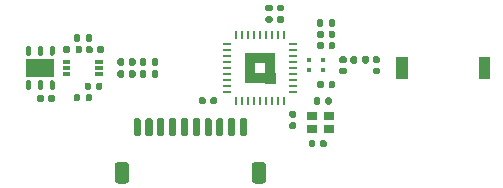
<source format=gbr>
%TF.GenerationSoftware,KiCad,Pcbnew,5.1.9-73d0e3b20d~88~ubuntu20.04.1*%
%TF.CreationDate,2021-04-10T20:27:40+02:00*%
%TF.ProjectId,calvin,63616c76-696e-42e6-9b69-6361645f7063,v1.00*%
%TF.SameCoordinates,Original*%
%TF.FileFunction,Soldermask,Top*%
%TF.FilePolarity,Negative*%
%FSLAX46Y46*%
G04 Gerber Fmt 4.6, Leading zero omitted, Abs format (unit mm)*
G04 Created by KiCad (PCBNEW 5.1.9-73d0e3b20d~88~ubuntu20.04.1) date 2021-04-10 20:27:40*
%MOMM*%
%LPD*%
G01*
G04 APERTURE LIST*
%ADD10C,0.100000*%
%ADD11C,0.420000*%
%ADD12R,2.400000X1.500000*%
%ADD13R,0.900000X0.800000*%
%ADD14R,0.750000X0.280000*%
%ADD15R,0.280000X0.750000*%
%ADD16R,0.880000X0.880000*%
G04 APERTURE END LIST*
%TO.C,J1*%
G36*
G01*
X153800000Y-109525001D02*
X153800000Y-108224999D01*
G75*
G02*
X154049999Y-107975000I249999J0D01*
G01*
X154750001Y-107975000D01*
G75*
G02*
X155000000Y-108224999I0J-249999D01*
G01*
X155000000Y-109525001D01*
G75*
G02*
X154750001Y-109775000I-249999J0D01*
G01*
X154049999Y-109775000D01*
G75*
G02*
X153800000Y-109525001I0J249999D01*
G01*
G37*
G36*
G01*
X142200000Y-109525001D02*
X142200000Y-108224999D01*
G75*
G02*
X142449999Y-107975000I249999J0D01*
G01*
X143150001Y-107975000D01*
G75*
G02*
X143400000Y-108224999I0J-249999D01*
G01*
X143400000Y-109525001D01*
G75*
G02*
X143150001Y-109775000I-249999J0D01*
G01*
X142449999Y-109775000D01*
G75*
G02*
X142200000Y-109525001I0J249999D01*
G01*
G37*
G36*
G01*
X152800000Y-105625000D02*
X152800000Y-104375000D01*
G75*
G02*
X152950000Y-104225000I150000J0D01*
G01*
X153250000Y-104225000D01*
G75*
G02*
X153400000Y-104375000I0J-150000D01*
G01*
X153400000Y-105625000D01*
G75*
G02*
X153250000Y-105775000I-150000J0D01*
G01*
X152950000Y-105775000D01*
G75*
G02*
X152800000Y-105625000I0J150000D01*
G01*
G37*
G36*
G01*
X151800000Y-105625000D02*
X151800000Y-104375000D01*
G75*
G02*
X151950000Y-104225000I150000J0D01*
G01*
X152250000Y-104225000D01*
G75*
G02*
X152400000Y-104375000I0J-150000D01*
G01*
X152400000Y-105625000D01*
G75*
G02*
X152250000Y-105775000I-150000J0D01*
G01*
X151950000Y-105775000D01*
G75*
G02*
X151800000Y-105625000I0J150000D01*
G01*
G37*
G36*
G01*
X150800000Y-105625000D02*
X150800000Y-104375000D01*
G75*
G02*
X150950000Y-104225000I150000J0D01*
G01*
X151250000Y-104225000D01*
G75*
G02*
X151400000Y-104375000I0J-150000D01*
G01*
X151400000Y-105625000D01*
G75*
G02*
X151250000Y-105775000I-150000J0D01*
G01*
X150950000Y-105775000D01*
G75*
G02*
X150800000Y-105625000I0J150000D01*
G01*
G37*
G36*
G01*
X149800000Y-105625000D02*
X149800000Y-104375000D01*
G75*
G02*
X149950000Y-104225000I150000J0D01*
G01*
X150250000Y-104225000D01*
G75*
G02*
X150400000Y-104375000I0J-150000D01*
G01*
X150400000Y-105625000D01*
G75*
G02*
X150250000Y-105775000I-150000J0D01*
G01*
X149950000Y-105775000D01*
G75*
G02*
X149800000Y-105625000I0J150000D01*
G01*
G37*
G36*
G01*
X148800000Y-105625000D02*
X148800000Y-104375000D01*
G75*
G02*
X148950000Y-104225000I150000J0D01*
G01*
X149250000Y-104225000D01*
G75*
G02*
X149400000Y-104375000I0J-150000D01*
G01*
X149400000Y-105625000D01*
G75*
G02*
X149250000Y-105775000I-150000J0D01*
G01*
X148950000Y-105775000D01*
G75*
G02*
X148800000Y-105625000I0J150000D01*
G01*
G37*
G36*
G01*
X147800000Y-105625000D02*
X147800000Y-104375000D01*
G75*
G02*
X147950000Y-104225000I150000J0D01*
G01*
X148250000Y-104225000D01*
G75*
G02*
X148400000Y-104375000I0J-150000D01*
G01*
X148400000Y-105625000D01*
G75*
G02*
X148250000Y-105775000I-150000J0D01*
G01*
X147950000Y-105775000D01*
G75*
G02*
X147800000Y-105625000I0J150000D01*
G01*
G37*
G36*
G01*
X146800000Y-105625000D02*
X146800000Y-104375000D01*
G75*
G02*
X146950000Y-104225000I150000J0D01*
G01*
X147250000Y-104225000D01*
G75*
G02*
X147400000Y-104375000I0J-150000D01*
G01*
X147400000Y-105625000D01*
G75*
G02*
X147250000Y-105775000I-150000J0D01*
G01*
X146950000Y-105775000D01*
G75*
G02*
X146800000Y-105625000I0J150000D01*
G01*
G37*
G36*
G01*
X145800000Y-105625000D02*
X145800000Y-104375000D01*
G75*
G02*
X145950000Y-104225000I150000J0D01*
G01*
X146250000Y-104225000D01*
G75*
G02*
X146400000Y-104375000I0J-150000D01*
G01*
X146400000Y-105625000D01*
G75*
G02*
X146250000Y-105775000I-150000J0D01*
G01*
X145950000Y-105775000D01*
G75*
G02*
X145800000Y-105625000I0J150000D01*
G01*
G37*
G36*
G01*
X144800000Y-105625000D02*
X144800000Y-104375000D01*
G75*
G02*
X144950000Y-104225000I150000J0D01*
G01*
X145250000Y-104225000D01*
G75*
G02*
X145400000Y-104375000I0J-150000D01*
G01*
X145400000Y-105625000D01*
G75*
G02*
X145250000Y-105775000I-150000J0D01*
G01*
X144950000Y-105775000D01*
G75*
G02*
X144800000Y-105625000I0J150000D01*
G01*
G37*
G36*
G01*
X143800000Y-105625000D02*
X143800000Y-104375000D01*
G75*
G02*
X143950000Y-104225000I150000J0D01*
G01*
X144250000Y-104225000D01*
G75*
G02*
X144400000Y-104375000I0J-150000D01*
G01*
X144400000Y-105625000D01*
G75*
G02*
X144250000Y-105775000I-150000J0D01*
G01*
X143950000Y-105775000D01*
G75*
G02*
X143800000Y-105625000I0J150000D01*
G01*
G37*
%TD*%
D10*
%TO.C,AE1*%
G36*
X173000000Y-100900000D02*
G01*
X173000000Y-99100000D01*
X174000000Y-99100000D01*
X174000000Y-100900000D01*
X173000000Y-100900000D01*
G37*
G36*
X166000000Y-100900000D02*
G01*
X166000000Y-99100000D01*
X167000000Y-99100000D01*
X167000000Y-100900000D01*
X166000000Y-100900000D01*
G37*
%TD*%
%TO.C,U4*%
G36*
X141200000Y-100300000D02*
G01*
X141200000Y-100700000D01*
X140550000Y-100700000D01*
X140550000Y-100300000D01*
X141200000Y-100300000D01*
G37*
G36*
X138450000Y-100325000D02*
G01*
X138450000Y-100675000D01*
X137800000Y-100675000D01*
X137800000Y-100325000D01*
X138450000Y-100325000D01*
G37*
G36*
X141200000Y-99825000D02*
G01*
X141200000Y-100175000D01*
X140550000Y-100175000D01*
X140550000Y-99825000D01*
X141200000Y-99825000D01*
G37*
G36*
X138450000Y-99825000D02*
G01*
X138450000Y-100175000D01*
X137800000Y-100175000D01*
X137800000Y-99825000D01*
X138450000Y-99825000D01*
G37*
G36*
X141200000Y-99325000D02*
G01*
X141200000Y-99675000D01*
X140550000Y-99675000D01*
X140550000Y-99325000D01*
X141200000Y-99325000D01*
G37*
G36*
X138450000Y-99325000D02*
G01*
X138450000Y-99675000D01*
X137800000Y-99675000D01*
X137800000Y-99325000D01*
X138450000Y-99325000D01*
G37*
%TD*%
%TO.C,C1*%
G36*
G01*
X157098600Y-104600000D02*
X157438600Y-104600000D01*
G75*
G02*
X157578600Y-104740000I0J-140000D01*
G01*
X157578600Y-105020000D01*
G75*
G02*
X157438600Y-105160000I-140000J0D01*
G01*
X157098600Y-105160000D01*
G75*
G02*
X156958600Y-105020000I0J140000D01*
G01*
X156958600Y-104740000D01*
G75*
G02*
X157098600Y-104600000I140000J0D01*
G01*
G37*
G36*
G01*
X157098600Y-103640000D02*
X157438600Y-103640000D01*
G75*
G02*
X157578600Y-103780000I0J-140000D01*
G01*
X157578600Y-104060000D01*
G75*
G02*
X157438600Y-104200000I-140000J0D01*
G01*
X157098600Y-104200000D01*
G75*
G02*
X156958600Y-104060000I0J140000D01*
G01*
X156958600Y-103780000D01*
G75*
G02*
X157098600Y-103640000I140000J0D01*
G01*
G37*
%TD*%
%TO.C,C2*%
G36*
G01*
X160300000Y-101570000D02*
X160300000Y-101230000D01*
G75*
G02*
X160440000Y-101090000I140000J0D01*
G01*
X160720000Y-101090000D01*
G75*
G02*
X160860000Y-101230000I0J-140000D01*
G01*
X160860000Y-101570000D01*
G75*
G02*
X160720000Y-101710000I-140000J0D01*
G01*
X160440000Y-101710000D01*
G75*
G02*
X160300000Y-101570000I0J140000D01*
G01*
G37*
G36*
G01*
X159340000Y-101570000D02*
X159340000Y-101230000D01*
G75*
G02*
X159480000Y-101090000I140000J0D01*
G01*
X159760000Y-101090000D01*
G75*
G02*
X159900000Y-101230000I0J-140000D01*
G01*
X159900000Y-101570000D01*
G75*
G02*
X159760000Y-101710000I-140000J0D01*
G01*
X159480000Y-101710000D01*
G75*
G02*
X159340000Y-101570000I0J140000D01*
G01*
G37*
%TD*%
%TO.C,C3*%
G36*
G01*
X160300000Y-97310000D02*
X160300000Y-96970000D01*
G75*
G02*
X160440000Y-96830000I140000J0D01*
G01*
X160720000Y-96830000D01*
G75*
G02*
X160860000Y-96970000I0J-140000D01*
G01*
X160860000Y-97310000D01*
G75*
G02*
X160720000Y-97450000I-140000J0D01*
G01*
X160440000Y-97450000D01*
G75*
G02*
X160300000Y-97310000I0J140000D01*
G01*
G37*
G36*
G01*
X159340000Y-97310000D02*
X159340000Y-96970000D01*
G75*
G02*
X159480000Y-96830000I140000J0D01*
G01*
X159760000Y-96830000D01*
G75*
G02*
X159900000Y-96970000I0J-140000D01*
G01*
X159900000Y-97310000D01*
G75*
G02*
X159760000Y-97450000I-140000J0D01*
G01*
X159480000Y-97450000D01*
G75*
G02*
X159340000Y-97310000I0J140000D01*
G01*
G37*
%TD*%
%TO.C,C5*%
G36*
G01*
X160300000Y-98270000D02*
X160300000Y-97930000D01*
G75*
G02*
X160440000Y-97790000I140000J0D01*
G01*
X160720000Y-97790000D01*
G75*
G02*
X160860000Y-97930000I0J-140000D01*
G01*
X160860000Y-98270000D01*
G75*
G02*
X160720000Y-98410000I-140000J0D01*
G01*
X160440000Y-98410000D01*
G75*
G02*
X160300000Y-98270000I0J140000D01*
G01*
G37*
G36*
G01*
X159340000Y-98270000D02*
X159340000Y-97930000D01*
G75*
G02*
X159480000Y-97790000I140000J0D01*
G01*
X159760000Y-97790000D01*
G75*
G02*
X159900000Y-97930000I0J-140000D01*
G01*
X159900000Y-98270000D01*
G75*
G02*
X159760000Y-98410000I-140000J0D01*
G01*
X159480000Y-98410000D01*
G75*
G02*
X159340000Y-98270000I0J140000D01*
G01*
G37*
%TD*%
%TO.C,C7*%
G36*
G01*
X156400000Y-95200000D02*
X156060000Y-95200000D01*
G75*
G02*
X155920000Y-95060000I0J140000D01*
G01*
X155920000Y-94780000D01*
G75*
G02*
X156060000Y-94640000I140000J0D01*
G01*
X156400000Y-94640000D01*
G75*
G02*
X156540000Y-94780000I0J-140000D01*
G01*
X156540000Y-95060000D01*
G75*
G02*
X156400000Y-95200000I-140000J0D01*
G01*
G37*
G36*
G01*
X156400000Y-96160000D02*
X156060000Y-96160000D01*
G75*
G02*
X155920000Y-96020000I0J140000D01*
G01*
X155920000Y-95740000D01*
G75*
G02*
X156060000Y-95600000I140000J0D01*
G01*
X156400000Y-95600000D01*
G75*
G02*
X156540000Y-95740000I0J-140000D01*
G01*
X156540000Y-96020000D01*
G75*
G02*
X156400000Y-96160000I-140000J0D01*
G01*
G37*
%TD*%
%TO.C,C9*%
G36*
G01*
X155430000Y-95200000D02*
X155090000Y-95200000D01*
G75*
G02*
X154950000Y-95060000I0J140000D01*
G01*
X154950000Y-94780000D01*
G75*
G02*
X155090000Y-94640000I140000J0D01*
G01*
X155430000Y-94640000D01*
G75*
G02*
X155570000Y-94780000I0J-140000D01*
G01*
X155570000Y-95060000D01*
G75*
G02*
X155430000Y-95200000I-140000J0D01*
G01*
G37*
G36*
G01*
X155430000Y-96160000D02*
X155090000Y-96160000D01*
G75*
G02*
X154950000Y-96020000I0J140000D01*
G01*
X154950000Y-95740000D01*
G75*
G02*
X155090000Y-95600000I140000J0D01*
G01*
X155430000Y-95600000D01*
G75*
G02*
X155570000Y-95740000I0J-140000D01*
G01*
X155570000Y-96020000D01*
G75*
G02*
X155430000Y-96160000I-140000J0D01*
G01*
G37*
%TD*%
%TO.C,C10*%
G36*
G01*
X159180000Y-106230000D02*
X159180000Y-106570000D01*
G75*
G02*
X159040000Y-106710000I-140000J0D01*
G01*
X158760000Y-106710000D01*
G75*
G02*
X158620000Y-106570000I0J140000D01*
G01*
X158620000Y-106230000D01*
G75*
G02*
X158760000Y-106090000I140000J0D01*
G01*
X159040000Y-106090000D01*
G75*
G02*
X159180000Y-106230000I0J-140000D01*
G01*
G37*
G36*
G01*
X160140000Y-106230000D02*
X160140000Y-106570000D01*
G75*
G02*
X160000000Y-106710000I-140000J0D01*
G01*
X159720000Y-106710000D01*
G75*
G02*
X159580000Y-106570000I0J140000D01*
G01*
X159580000Y-106230000D01*
G75*
G02*
X159720000Y-106090000I140000J0D01*
G01*
X160000000Y-106090000D01*
G75*
G02*
X160140000Y-106230000I0J-140000D01*
G01*
G37*
%TD*%
%TO.C,C11*%
G36*
G01*
X159620000Y-102630000D02*
X159620000Y-102970000D01*
G75*
G02*
X159480000Y-103110000I-140000J0D01*
G01*
X159200000Y-103110000D01*
G75*
G02*
X159060000Y-102970000I0J140000D01*
G01*
X159060000Y-102630000D01*
G75*
G02*
X159200000Y-102490000I140000J0D01*
G01*
X159480000Y-102490000D01*
G75*
G02*
X159620000Y-102630000I0J-140000D01*
G01*
G37*
G36*
G01*
X160580000Y-102630000D02*
X160580000Y-102970000D01*
G75*
G02*
X160440000Y-103110000I-140000J0D01*
G01*
X160160000Y-103110000D01*
G75*
G02*
X160020000Y-102970000I0J140000D01*
G01*
X160020000Y-102630000D01*
G75*
G02*
X160160000Y-102490000I140000J0D01*
G01*
X160440000Y-102490000D01*
G75*
G02*
X160580000Y-102630000I0J-140000D01*
G01*
G37*
%TD*%
%TO.C,C12*%
G36*
G01*
X149900000Y-102598600D02*
X149900000Y-102938600D01*
G75*
G02*
X149760000Y-103078600I-140000J0D01*
G01*
X149480000Y-103078600D01*
G75*
G02*
X149340000Y-102938600I0J140000D01*
G01*
X149340000Y-102598600D01*
G75*
G02*
X149480000Y-102458600I140000J0D01*
G01*
X149760000Y-102458600D01*
G75*
G02*
X149900000Y-102598600I0J-140000D01*
G01*
G37*
G36*
G01*
X150860000Y-102598600D02*
X150860000Y-102938600D01*
G75*
G02*
X150720000Y-103078600I-140000J0D01*
G01*
X150440000Y-103078600D01*
G75*
G02*
X150300000Y-102938600I0J140000D01*
G01*
X150300000Y-102598600D01*
G75*
G02*
X150440000Y-102458600I140000J0D01*
G01*
X150720000Y-102458600D01*
G75*
G02*
X150860000Y-102598600I0J-140000D01*
G01*
G37*
%TD*%
%TO.C,R1*%
G36*
G01*
X160340000Y-96355000D02*
X160340000Y-95985000D01*
G75*
G02*
X160475000Y-95850000I135000J0D01*
G01*
X160745000Y-95850000D01*
G75*
G02*
X160880000Y-95985000I0J-135000D01*
G01*
X160880000Y-96355000D01*
G75*
G02*
X160745000Y-96490000I-135000J0D01*
G01*
X160475000Y-96490000D01*
G75*
G02*
X160340000Y-96355000I0J135000D01*
G01*
G37*
G36*
G01*
X159320000Y-96355000D02*
X159320000Y-95985000D01*
G75*
G02*
X159455000Y-95850000I135000J0D01*
G01*
X159725000Y-95850000D01*
G75*
G02*
X159860000Y-95985000I0J-135000D01*
G01*
X159860000Y-96355000D01*
G75*
G02*
X159725000Y-96490000I-135000J0D01*
G01*
X159455000Y-96490000D01*
G75*
G02*
X159320000Y-96355000I0J135000D01*
G01*
G37*
%TD*%
D11*
%TO.C,U1*%
X158668600Y-99300000D03*
X159868600Y-99300000D03*
X159868600Y-100200000D03*
X158668600Y-100200000D03*
%TD*%
%TO.C,D1*%
G36*
G01*
X143390000Y-100672500D02*
X143390000Y-100327500D01*
G75*
G02*
X143537500Y-100180000I147500J0D01*
G01*
X143832500Y-100180000D01*
G75*
G02*
X143980000Y-100327500I0J-147500D01*
G01*
X143980000Y-100672500D01*
G75*
G02*
X143832500Y-100820000I-147500J0D01*
G01*
X143537500Y-100820000D01*
G75*
G02*
X143390000Y-100672500I0J147500D01*
G01*
G37*
G36*
G01*
X142420000Y-100672500D02*
X142420000Y-100327500D01*
G75*
G02*
X142567500Y-100180000I147500J0D01*
G01*
X142862500Y-100180000D01*
G75*
G02*
X143010000Y-100327500I0J-147500D01*
G01*
X143010000Y-100672500D01*
G75*
G02*
X142862500Y-100820000I-147500J0D01*
G01*
X142567500Y-100820000D01*
G75*
G02*
X142420000Y-100672500I0J147500D01*
G01*
G37*
%TD*%
%TO.C,D2*%
G36*
G01*
X143390000Y-99672500D02*
X143390000Y-99327500D01*
G75*
G02*
X143537500Y-99180000I147500J0D01*
G01*
X143832500Y-99180000D01*
G75*
G02*
X143980000Y-99327500I0J-147500D01*
G01*
X143980000Y-99672500D01*
G75*
G02*
X143832500Y-99820000I-147500J0D01*
G01*
X143537500Y-99820000D01*
G75*
G02*
X143390000Y-99672500I0J147500D01*
G01*
G37*
G36*
G01*
X142420000Y-99672500D02*
X142420000Y-99327500D01*
G75*
G02*
X142567500Y-99180000I147500J0D01*
G01*
X142862500Y-99180000D01*
G75*
G02*
X143010000Y-99327500I0J-147500D01*
G01*
X143010000Y-99672500D01*
G75*
G02*
X142862500Y-99820000I-147500J0D01*
G01*
X142567500Y-99820000D01*
G75*
G02*
X142420000Y-99672500I0J147500D01*
G01*
G37*
%TD*%
%TO.C,C16*%
G36*
G01*
X136180000Y-102410000D02*
X136180000Y-102750000D01*
G75*
G02*
X136040000Y-102890000I-140000J0D01*
G01*
X135760000Y-102890000D01*
G75*
G02*
X135620000Y-102750000I0J140000D01*
G01*
X135620000Y-102410000D01*
G75*
G02*
X135760000Y-102270000I140000J0D01*
G01*
X136040000Y-102270000D01*
G75*
G02*
X136180000Y-102410000I0J-140000D01*
G01*
G37*
G36*
G01*
X137140000Y-102410000D02*
X137140000Y-102750000D01*
G75*
G02*
X137000000Y-102890000I-140000J0D01*
G01*
X136720000Y-102890000D01*
G75*
G02*
X136580000Y-102750000I0J140000D01*
G01*
X136580000Y-102410000D01*
G75*
G02*
X136720000Y-102270000I140000J0D01*
G01*
X137000000Y-102270000D01*
G75*
G02*
X137140000Y-102410000I0J-140000D01*
G01*
G37*
%TD*%
%TO.C,R2*%
G36*
G01*
X144870000Y-100315000D02*
X144870000Y-100685000D01*
G75*
G02*
X144735000Y-100820000I-135000J0D01*
G01*
X144465000Y-100820000D01*
G75*
G02*
X144330000Y-100685000I0J135000D01*
G01*
X144330000Y-100315000D01*
G75*
G02*
X144465000Y-100180000I135000J0D01*
G01*
X144735000Y-100180000D01*
G75*
G02*
X144870000Y-100315000I0J-135000D01*
G01*
G37*
G36*
G01*
X145890000Y-100315000D02*
X145890000Y-100685000D01*
G75*
G02*
X145755000Y-100820000I-135000J0D01*
G01*
X145485000Y-100820000D01*
G75*
G02*
X145350000Y-100685000I0J135000D01*
G01*
X145350000Y-100315000D01*
G75*
G02*
X145485000Y-100180000I135000J0D01*
G01*
X145755000Y-100180000D01*
G75*
G02*
X145890000Y-100315000I0J-135000D01*
G01*
G37*
%TD*%
%TO.C,R3*%
G36*
G01*
X144870000Y-99315000D02*
X144870000Y-99685000D01*
G75*
G02*
X144735000Y-99820000I-135000J0D01*
G01*
X144465000Y-99820000D01*
G75*
G02*
X144330000Y-99685000I0J135000D01*
G01*
X144330000Y-99315000D01*
G75*
G02*
X144465000Y-99180000I135000J0D01*
G01*
X144735000Y-99180000D01*
G75*
G02*
X144870000Y-99315000I0J-135000D01*
G01*
G37*
G36*
G01*
X145890000Y-99315000D02*
X145890000Y-99685000D01*
G75*
G02*
X145755000Y-99820000I-135000J0D01*
G01*
X145485000Y-99820000D01*
G75*
G02*
X145350000Y-99685000I0J135000D01*
G01*
X145350000Y-99315000D01*
G75*
G02*
X145485000Y-99180000I135000J0D01*
G01*
X145755000Y-99180000D01*
G75*
G02*
X145890000Y-99315000I0J-135000D01*
G01*
G37*
%TD*%
%TO.C,R4*%
G36*
G01*
X139740000Y-102685000D02*
X139740000Y-102315000D01*
G75*
G02*
X139875000Y-102180000I135000J0D01*
G01*
X140145000Y-102180000D01*
G75*
G02*
X140280000Y-102315000I0J-135000D01*
G01*
X140280000Y-102685000D01*
G75*
G02*
X140145000Y-102820000I-135000J0D01*
G01*
X139875000Y-102820000D01*
G75*
G02*
X139740000Y-102685000I0J135000D01*
G01*
G37*
G36*
G01*
X138720000Y-102685000D02*
X138720000Y-102315000D01*
G75*
G02*
X138855000Y-102180000I135000J0D01*
G01*
X139125000Y-102180000D01*
G75*
G02*
X139260000Y-102315000I0J-135000D01*
G01*
X139260000Y-102685000D01*
G75*
G02*
X139125000Y-102820000I-135000J0D01*
G01*
X138855000Y-102820000D01*
G75*
G02*
X138720000Y-102685000I0J135000D01*
G01*
G37*
%TD*%
%TO.C,R5*%
G36*
G01*
X139740000Y-97655000D02*
X139740000Y-97285000D01*
G75*
G02*
X139875000Y-97150000I135000J0D01*
G01*
X140145000Y-97150000D01*
G75*
G02*
X140280000Y-97285000I0J-135000D01*
G01*
X140280000Y-97655000D01*
G75*
G02*
X140145000Y-97790000I-135000J0D01*
G01*
X139875000Y-97790000D01*
G75*
G02*
X139740000Y-97655000I0J135000D01*
G01*
G37*
G36*
G01*
X138720000Y-97655000D02*
X138720000Y-97285000D01*
G75*
G02*
X138855000Y-97150000I135000J0D01*
G01*
X139125000Y-97150000D01*
G75*
G02*
X139260000Y-97285000I0J-135000D01*
G01*
X139260000Y-97655000D01*
G75*
G02*
X139125000Y-97790000I-135000J0D01*
G01*
X138855000Y-97790000D01*
G75*
G02*
X138720000Y-97655000I0J135000D01*
G01*
G37*
%TD*%
D12*
%TO.C,U3*%
X135900000Y-100000000D03*
G36*
G01*
X136800000Y-101050000D02*
X137000000Y-101050000D01*
G75*
G02*
X137100000Y-101150000I0J-100000D01*
G01*
X137100000Y-101750000D01*
G75*
G02*
X137000000Y-101850000I-100000J0D01*
G01*
X136800000Y-101850000D01*
G75*
G02*
X136700000Y-101750000I0J100000D01*
G01*
X136700000Y-101150000D01*
G75*
G02*
X136800000Y-101050000I100000J0D01*
G01*
G37*
G36*
G01*
X135800000Y-101050000D02*
X136000000Y-101050000D01*
G75*
G02*
X136100000Y-101150000I0J-100000D01*
G01*
X136100000Y-101750000D01*
G75*
G02*
X136000000Y-101850000I-100000J0D01*
G01*
X135800000Y-101850000D01*
G75*
G02*
X135700000Y-101750000I0J100000D01*
G01*
X135700000Y-101150000D01*
G75*
G02*
X135800000Y-101050000I100000J0D01*
G01*
G37*
G36*
G01*
X134800000Y-101050000D02*
X135000000Y-101050000D01*
G75*
G02*
X135100000Y-101150000I0J-100000D01*
G01*
X135100000Y-101750000D01*
G75*
G02*
X135000000Y-101850000I-100000J0D01*
G01*
X134800000Y-101850000D01*
G75*
G02*
X134700000Y-101750000I0J100000D01*
G01*
X134700000Y-101150000D01*
G75*
G02*
X134800000Y-101050000I100000J0D01*
G01*
G37*
G36*
G01*
X134800000Y-98150000D02*
X135000000Y-98150000D01*
G75*
G02*
X135100000Y-98250000I0J-100000D01*
G01*
X135100000Y-98850000D01*
G75*
G02*
X135000000Y-98950000I-100000J0D01*
G01*
X134800000Y-98950000D01*
G75*
G02*
X134700000Y-98850000I0J100000D01*
G01*
X134700000Y-98250000D01*
G75*
G02*
X134800000Y-98150000I100000J0D01*
G01*
G37*
G36*
G01*
X135800000Y-98150000D02*
X136000000Y-98150000D01*
G75*
G02*
X136100000Y-98250000I0J-100000D01*
G01*
X136100000Y-98850000D01*
G75*
G02*
X136000000Y-98950000I-100000J0D01*
G01*
X135800000Y-98950000D01*
G75*
G02*
X135700000Y-98850000I0J100000D01*
G01*
X135700000Y-98250000D01*
G75*
G02*
X135800000Y-98150000I100000J0D01*
G01*
G37*
G36*
G01*
X136800000Y-98150000D02*
X137000000Y-98150000D01*
G75*
G02*
X137100000Y-98250000I0J-100000D01*
G01*
X137100000Y-98850000D01*
G75*
G02*
X137000000Y-98950000I-100000J0D01*
G01*
X136800000Y-98950000D01*
G75*
G02*
X136700000Y-98850000I0J100000D01*
G01*
X136700000Y-98250000D01*
G75*
G02*
X136800000Y-98150000I100000J0D01*
G01*
G37*
%TD*%
%TO.C,C17*%
G36*
G01*
X140600000Y-101710000D02*
X140600000Y-101370000D01*
G75*
G02*
X140740000Y-101230000I140000J0D01*
G01*
X141020000Y-101230000D01*
G75*
G02*
X141160000Y-101370000I0J-140000D01*
G01*
X141160000Y-101710000D01*
G75*
G02*
X141020000Y-101850000I-140000J0D01*
G01*
X140740000Y-101850000D01*
G75*
G02*
X140600000Y-101710000I0J140000D01*
G01*
G37*
G36*
G01*
X139640000Y-101710000D02*
X139640000Y-101370000D01*
G75*
G02*
X139780000Y-101230000I140000J0D01*
G01*
X140060000Y-101230000D01*
G75*
G02*
X140200000Y-101370000I0J-140000D01*
G01*
X140200000Y-101710000D01*
G75*
G02*
X140060000Y-101850000I-140000J0D01*
G01*
X139780000Y-101850000D01*
G75*
G02*
X139640000Y-101710000I0J140000D01*
G01*
G37*
%TD*%
%TO.C,C18*%
G36*
G01*
X140320000Y-98270000D02*
X140320000Y-98610000D01*
G75*
G02*
X140180000Y-98750000I-140000J0D01*
G01*
X139900000Y-98750000D01*
G75*
G02*
X139760000Y-98610000I0J140000D01*
G01*
X139760000Y-98270000D01*
G75*
G02*
X139900000Y-98130000I140000J0D01*
G01*
X140180000Y-98130000D01*
G75*
G02*
X140320000Y-98270000I0J-140000D01*
G01*
G37*
G36*
G01*
X141280000Y-98270000D02*
X141280000Y-98610000D01*
G75*
G02*
X141140000Y-98750000I-140000J0D01*
G01*
X140860000Y-98750000D01*
G75*
G02*
X140720000Y-98610000I0J140000D01*
G01*
X140720000Y-98270000D01*
G75*
G02*
X140860000Y-98130000I140000J0D01*
G01*
X141140000Y-98130000D01*
G75*
G02*
X141280000Y-98270000I0J-140000D01*
G01*
G37*
%TD*%
%TO.C,R6*%
G36*
G01*
X138880000Y-98625000D02*
X138880000Y-98255000D01*
G75*
G02*
X139015000Y-98120000I135000J0D01*
G01*
X139285000Y-98120000D01*
G75*
G02*
X139420000Y-98255000I0J-135000D01*
G01*
X139420000Y-98625000D01*
G75*
G02*
X139285000Y-98760000I-135000J0D01*
G01*
X139015000Y-98760000D01*
G75*
G02*
X138880000Y-98625000I0J135000D01*
G01*
G37*
G36*
G01*
X137860000Y-98625000D02*
X137860000Y-98255000D01*
G75*
G02*
X137995000Y-98120000I135000J0D01*
G01*
X138265000Y-98120000D01*
G75*
G02*
X138400000Y-98255000I0J-135000D01*
G01*
X138400000Y-98625000D01*
G75*
G02*
X138265000Y-98760000I-135000J0D01*
G01*
X137995000Y-98760000D01*
G75*
G02*
X137860000Y-98625000I0J135000D01*
G01*
G37*
%TD*%
D13*
%TO.C,Y1*%
X158900000Y-105150000D03*
X160300000Y-105150000D03*
X160300000Y-104050000D03*
X158900000Y-104050000D03*
%TD*%
%TO.C,C19*%
G36*
G01*
X164530000Y-99580000D02*
X164190000Y-99580000D01*
G75*
G02*
X164050000Y-99440000I0J140000D01*
G01*
X164050000Y-99160000D01*
G75*
G02*
X164190000Y-99020000I140000J0D01*
G01*
X164530000Y-99020000D01*
G75*
G02*
X164670000Y-99160000I0J-140000D01*
G01*
X164670000Y-99440000D01*
G75*
G02*
X164530000Y-99580000I-140000J0D01*
G01*
G37*
G36*
G01*
X164530000Y-100540000D02*
X164190000Y-100540000D01*
G75*
G02*
X164050000Y-100400000I0J140000D01*
G01*
X164050000Y-100120000D01*
G75*
G02*
X164190000Y-99980000I140000J0D01*
G01*
X164530000Y-99980000D01*
G75*
G02*
X164670000Y-100120000I0J-140000D01*
G01*
X164670000Y-100400000D01*
G75*
G02*
X164530000Y-100540000I-140000J0D01*
G01*
G37*
%TD*%
%TO.C,C20*%
G36*
G01*
X161350000Y-99020000D02*
X161690000Y-99020000D01*
G75*
G02*
X161830000Y-99160000I0J-140000D01*
G01*
X161830000Y-99440000D01*
G75*
G02*
X161690000Y-99580000I-140000J0D01*
G01*
X161350000Y-99580000D01*
G75*
G02*
X161210000Y-99440000I0J140000D01*
G01*
X161210000Y-99160000D01*
G75*
G02*
X161350000Y-99020000I140000J0D01*
G01*
G37*
G36*
G01*
X161350000Y-99980000D02*
X161690000Y-99980000D01*
G75*
G02*
X161830000Y-100120000I0J-140000D01*
G01*
X161830000Y-100400000D01*
G75*
G02*
X161690000Y-100540000I-140000J0D01*
G01*
X161350000Y-100540000D01*
G75*
G02*
X161210000Y-100400000I0J140000D01*
G01*
X161210000Y-100120000D01*
G75*
G02*
X161350000Y-99980000I140000J0D01*
G01*
G37*
%TD*%
%TO.C,L1*%
G36*
G01*
X163720000Y-99127500D02*
X163720000Y-99472500D01*
G75*
G02*
X163572500Y-99620000I-147500J0D01*
G01*
X163277500Y-99620000D01*
G75*
G02*
X163130000Y-99472500I0J147500D01*
G01*
X163130000Y-99127500D01*
G75*
G02*
X163277500Y-98980000I147500J0D01*
G01*
X163572500Y-98980000D01*
G75*
G02*
X163720000Y-99127500I0J-147500D01*
G01*
G37*
G36*
G01*
X162750000Y-99127500D02*
X162750000Y-99472500D01*
G75*
G02*
X162602500Y-99620000I-147500J0D01*
G01*
X162307500Y-99620000D01*
G75*
G02*
X162160000Y-99472500I0J147500D01*
G01*
X162160000Y-99127500D01*
G75*
G02*
X162307500Y-98980000I147500J0D01*
G01*
X162602500Y-98980000D01*
G75*
G02*
X162750000Y-99127500I0J-147500D01*
G01*
G37*
%TD*%
D14*
%TO.C,U2*%
X151725000Y-98000000D03*
X151725000Y-98500000D03*
X151725000Y-99000000D03*
X151725000Y-99500000D03*
X151725000Y-100000000D03*
X151725000Y-100500000D03*
X151725000Y-101000000D03*
X151725000Y-101500000D03*
X151725000Y-102000000D03*
D15*
X152500000Y-102775000D03*
X153000000Y-102775000D03*
X153500000Y-102775000D03*
X154000000Y-102775000D03*
X154500000Y-102775000D03*
X155000000Y-102775000D03*
X155500000Y-102775000D03*
X156000000Y-102775000D03*
X156500000Y-102775000D03*
D14*
X157275000Y-102000000D03*
X157275000Y-101500000D03*
X157275000Y-101000000D03*
X157275000Y-100500000D03*
X157275000Y-100000000D03*
X157275000Y-99500000D03*
X157275000Y-99000000D03*
X157275000Y-98500000D03*
X157275000Y-98000000D03*
D15*
X156500000Y-97225000D03*
X156000000Y-97225000D03*
X155500000Y-97225000D03*
X155000000Y-97225000D03*
X154500000Y-97225000D03*
X154000000Y-97225000D03*
X153500000Y-97225000D03*
X153000000Y-97225000D03*
X152500000Y-97225000D03*
D16*
X154500000Y-99120000D03*
X155380000Y-99120000D03*
X154500000Y-100880000D03*
X155380000Y-100000000D03*
D10*
G36*
X154940000Y-101320000D02*
G01*
X154940000Y-100440000D01*
X155820000Y-100440000D01*
X155820000Y-101320000D01*
X154940000Y-101320000D01*
G37*
D16*
X153620000Y-100000000D03*
X153620000Y-100880000D03*
X153620000Y-99120000D03*
%TD*%
M02*

</source>
